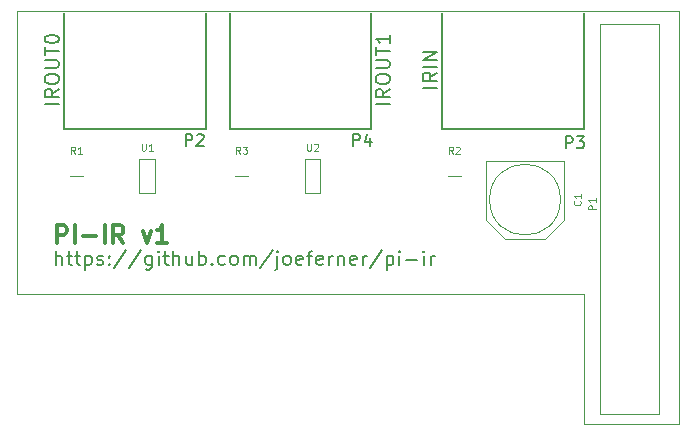
<source format=gto>
%FSLAX34Y34*%
G04 Gerber Fmt 3.4, Leading zero omitted, Abs format*
G04 (created by PCBNEW (2014-05-22 BZR 4881)-product) date Fri 30 May 2014 10:08:30 PM EDT*
%MOIN*%
G01*
G70*
G90*
G04 APERTURE LIST*
%ADD10C,0.003937*%
%ADD11C,0.007874*%
%ADD12C,0.011811*%
%ADD13C,0.005906*%
G04 APERTURE END LIST*
G54D10*
G54D11*
X53363Y-41934D02*
X52890Y-41934D01*
X53363Y-41439D02*
X53138Y-41597D01*
X53363Y-41709D02*
X52890Y-41709D01*
X52890Y-41529D01*
X52913Y-41484D01*
X52935Y-41462D01*
X52980Y-41439D01*
X53048Y-41439D01*
X53093Y-41462D01*
X53115Y-41484D01*
X53138Y-41529D01*
X53138Y-41709D01*
X53363Y-41237D02*
X52890Y-41237D01*
X53363Y-41012D02*
X52890Y-41012D01*
X53363Y-40742D01*
X52890Y-40742D01*
X51788Y-42474D02*
X51316Y-42474D01*
X51788Y-41979D02*
X51563Y-42137D01*
X51788Y-42249D02*
X51316Y-42249D01*
X51316Y-42069D01*
X51338Y-42024D01*
X51361Y-42002D01*
X51406Y-41979D01*
X51473Y-41979D01*
X51518Y-42002D01*
X51541Y-42024D01*
X51563Y-42069D01*
X51563Y-42249D01*
X51316Y-41687D02*
X51316Y-41597D01*
X51338Y-41552D01*
X51383Y-41507D01*
X51473Y-41484D01*
X51631Y-41484D01*
X51721Y-41507D01*
X51766Y-41552D01*
X51788Y-41597D01*
X51788Y-41687D01*
X51766Y-41732D01*
X51721Y-41777D01*
X51631Y-41799D01*
X51473Y-41799D01*
X51383Y-41777D01*
X51338Y-41732D01*
X51316Y-41687D01*
X51316Y-41282D02*
X51698Y-41282D01*
X51743Y-41259D01*
X51766Y-41237D01*
X51788Y-41192D01*
X51788Y-41102D01*
X51766Y-41057D01*
X51743Y-41034D01*
X51698Y-41012D01*
X51316Y-41012D01*
X51316Y-40854D02*
X51316Y-40584D01*
X51788Y-40719D02*
X51316Y-40719D01*
X51788Y-40179D02*
X51788Y-40449D01*
X51788Y-40314D02*
X51316Y-40314D01*
X51383Y-40359D01*
X51428Y-40404D01*
X51451Y-40449D01*
X40764Y-42474D02*
X40292Y-42474D01*
X40764Y-41979D02*
X40539Y-42137D01*
X40764Y-42249D02*
X40292Y-42249D01*
X40292Y-42069D01*
X40314Y-42024D01*
X40337Y-42002D01*
X40382Y-41979D01*
X40449Y-41979D01*
X40494Y-42002D01*
X40517Y-42024D01*
X40539Y-42069D01*
X40539Y-42249D01*
X40292Y-41687D02*
X40292Y-41597D01*
X40314Y-41552D01*
X40359Y-41507D01*
X40449Y-41484D01*
X40607Y-41484D01*
X40697Y-41507D01*
X40742Y-41552D01*
X40764Y-41597D01*
X40764Y-41687D01*
X40742Y-41732D01*
X40697Y-41777D01*
X40607Y-41799D01*
X40449Y-41799D01*
X40359Y-41777D01*
X40314Y-41732D01*
X40292Y-41687D01*
X40292Y-41282D02*
X40674Y-41282D01*
X40719Y-41259D01*
X40742Y-41237D01*
X40764Y-41192D01*
X40764Y-41102D01*
X40742Y-41057D01*
X40719Y-41034D01*
X40674Y-41012D01*
X40292Y-41012D01*
X40292Y-40854D02*
X40292Y-40584D01*
X40764Y-40719D02*
X40292Y-40719D01*
X40292Y-40337D02*
X40292Y-40292D01*
X40314Y-40247D01*
X40337Y-40224D01*
X40382Y-40202D01*
X40472Y-40179D01*
X40584Y-40179D01*
X40674Y-40202D01*
X40719Y-40224D01*
X40742Y-40247D01*
X40764Y-40292D01*
X40764Y-40337D01*
X40742Y-40382D01*
X40719Y-40404D01*
X40674Y-40427D01*
X40584Y-40449D01*
X40472Y-40449D01*
X40382Y-40427D01*
X40337Y-40404D01*
X40314Y-40382D01*
X40292Y-40337D01*
X40663Y-47851D02*
X40663Y-47379D01*
X40866Y-47851D02*
X40866Y-47604D01*
X40843Y-47559D01*
X40798Y-47536D01*
X40731Y-47536D01*
X40686Y-47559D01*
X40663Y-47581D01*
X41023Y-47536D02*
X41203Y-47536D01*
X41091Y-47379D02*
X41091Y-47784D01*
X41113Y-47829D01*
X41158Y-47851D01*
X41203Y-47851D01*
X41293Y-47536D02*
X41473Y-47536D01*
X41361Y-47379D02*
X41361Y-47784D01*
X41383Y-47829D01*
X41428Y-47851D01*
X41473Y-47851D01*
X41631Y-47536D02*
X41631Y-48008D01*
X41631Y-47559D02*
X41676Y-47536D01*
X41766Y-47536D01*
X41811Y-47559D01*
X41833Y-47581D01*
X41856Y-47626D01*
X41856Y-47761D01*
X41833Y-47806D01*
X41811Y-47829D01*
X41766Y-47851D01*
X41676Y-47851D01*
X41631Y-47829D01*
X42035Y-47829D02*
X42080Y-47851D01*
X42170Y-47851D01*
X42215Y-47829D01*
X42238Y-47784D01*
X42238Y-47761D01*
X42215Y-47716D01*
X42170Y-47694D01*
X42103Y-47694D01*
X42058Y-47671D01*
X42035Y-47626D01*
X42035Y-47604D01*
X42058Y-47559D01*
X42103Y-47536D01*
X42170Y-47536D01*
X42215Y-47559D01*
X42440Y-47806D02*
X42463Y-47829D01*
X42440Y-47851D01*
X42418Y-47829D01*
X42440Y-47806D01*
X42440Y-47851D01*
X42440Y-47559D02*
X42463Y-47581D01*
X42440Y-47604D01*
X42418Y-47581D01*
X42440Y-47559D01*
X42440Y-47604D01*
X43003Y-47356D02*
X42598Y-47964D01*
X43498Y-47356D02*
X43093Y-47964D01*
X43858Y-47536D02*
X43858Y-47919D01*
X43835Y-47964D01*
X43813Y-47986D01*
X43768Y-48008D01*
X43700Y-48008D01*
X43655Y-47986D01*
X43858Y-47829D02*
X43813Y-47851D01*
X43723Y-47851D01*
X43678Y-47829D01*
X43655Y-47806D01*
X43633Y-47761D01*
X43633Y-47626D01*
X43655Y-47581D01*
X43678Y-47559D01*
X43723Y-47536D01*
X43813Y-47536D01*
X43858Y-47559D01*
X44083Y-47851D02*
X44083Y-47536D01*
X44083Y-47379D02*
X44060Y-47401D01*
X44083Y-47424D01*
X44105Y-47401D01*
X44083Y-47379D01*
X44083Y-47424D01*
X44240Y-47536D02*
X44420Y-47536D01*
X44308Y-47379D02*
X44308Y-47784D01*
X44330Y-47829D01*
X44375Y-47851D01*
X44420Y-47851D01*
X44578Y-47851D02*
X44578Y-47379D01*
X44780Y-47851D02*
X44780Y-47604D01*
X44758Y-47559D01*
X44713Y-47536D01*
X44645Y-47536D01*
X44600Y-47559D01*
X44578Y-47581D01*
X45208Y-47536D02*
X45208Y-47851D01*
X45005Y-47536D02*
X45005Y-47784D01*
X45028Y-47829D01*
X45073Y-47851D01*
X45140Y-47851D01*
X45185Y-47829D01*
X45208Y-47806D01*
X45433Y-47851D02*
X45433Y-47379D01*
X45433Y-47559D02*
X45478Y-47536D01*
X45568Y-47536D01*
X45613Y-47559D01*
X45635Y-47581D01*
X45658Y-47626D01*
X45658Y-47761D01*
X45635Y-47806D01*
X45613Y-47829D01*
X45568Y-47851D01*
X45478Y-47851D01*
X45433Y-47829D01*
X45860Y-47806D02*
X45883Y-47829D01*
X45860Y-47851D01*
X45838Y-47829D01*
X45860Y-47806D01*
X45860Y-47851D01*
X46287Y-47829D02*
X46242Y-47851D01*
X46152Y-47851D01*
X46107Y-47829D01*
X46085Y-47806D01*
X46062Y-47761D01*
X46062Y-47626D01*
X46085Y-47581D01*
X46107Y-47559D01*
X46152Y-47536D01*
X46242Y-47536D01*
X46287Y-47559D01*
X46557Y-47851D02*
X46512Y-47829D01*
X46490Y-47806D01*
X46467Y-47761D01*
X46467Y-47626D01*
X46490Y-47581D01*
X46512Y-47559D01*
X46557Y-47536D01*
X46625Y-47536D01*
X46670Y-47559D01*
X46692Y-47581D01*
X46715Y-47626D01*
X46715Y-47761D01*
X46692Y-47806D01*
X46670Y-47829D01*
X46625Y-47851D01*
X46557Y-47851D01*
X46917Y-47851D02*
X46917Y-47536D01*
X46917Y-47581D02*
X46940Y-47559D01*
X46985Y-47536D01*
X47052Y-47536D01*
X47097Y-47559D01*
X47120Y-47604D01*
X47120Y-47851D01*
X47120Y-47604D02*
X47142Y-47559D01*
X47187Y-47536D01*
X47255Y-47536D01*
X47300Y-47559D01*
X47322Y-47604D01*
X47322Y-47851D01*
X47885Y-47356D02*
X47480Y-47964D01*
X48042Y-47536D02*
X48042Y-47941D01*
X48020Y-47986D01*
X47975Y-48008D01*
X47952Y-48008D01*
X48042Y-47379D02*
X48020Y-47401D01*
X48042Y-47424D01*
X48065Y-47401D01*
X48042Y-47379D01*
X48042Y-47424D01*
X48335Y-47851D02*
X48290Y-47829D01*
X48267Y-47806D01*
X48245Y-47761D01*
X48245Y-47626D01*
X48267Y-47581D01*
X48290Y-47559D01*
X48335Y-47536D01*
X48402Y-47536D01*
X48447Y-47559D01*
X48470Y-47581D01*
X48492Y-47626D01*
X48492Y-47761D01*
X48470Y-47806D01*
X48447Y-47829D01*
X48402Y-47851D01*
X48335Y-47851D01*
X48875Y-47829D02*
X48830Y-47851D01*
X48740Y-47851D01*
X48695Y-47829D01*
X48672Y-47784D01*
X48672Y-47604D01*
X48695Y-47559D01*
X48740Y-47536D01*
X48830Y-47536D01*
X48875Y-47559D01*
X48897Y-47604D01*
X48897Y-47649D01*
X48672Y-47694D01*
X49032Y-47536D02*
X49212Y-47536D01*
X49100Y-47851D02*
X49100Y-47446D01*
X49122Y-47401D01*
X49167Y-47379D01*
X49212Y-47379D01*
X49550Y-47829D02*
X49505Y-47851D01*
X49415Y-47851D01*
X49370Y-47829D01*
X49347Y-47784D01*
X49347Y-47604D01*
X49370Y-47559D01*
X49415Y-47536D01*
X49505Y-47536D01*
X49550Y-47559D01*
X49572Y-47604D01*
X49572Y-47649D01*
X49347Y-47694D01*
X49775Y-47851D02*
X49775Y-47536D01*
X49775Y-47626D02*
X49797Y-47581D01*
X49820Y-47559D01*
X49865Y-47536D01*
X49910Y-47536D01*
X50067Y-47536D02*
X50067Y-47851D01*
X50067Y-47581D02*
X50089Y-47559D01*
X50134Y-47536D01*
X50202Y-47536D01*
X50247Y-47559D01*
X50269Y-47604D01*
X50269Y-47851D01*
X50674Y-47829D02*
X50629Y-47851D01*
X50539Y-47851D01*
X50494Y-47829D01*
X50472Y-47784D01*
X50472Y-47604D01*
X50494Y-47559D01*
X50539Y-47536D01*
X50629Y-47536D01*
X50674Y-47559D01*
X50697Y-47604D01*
X50697Y-47649D01*
X50472Y-47694D01*
X50899Y-47851D02*
X50899Y-47536D01*
X50899Y-47626D02*
X50922Y-47581D01*
X50944Y-47559D01*
X50989Y-47536D01*
X51034Y-47536D01*
X51529Y-47356D02*
X51124Y-47964D01*
X51687Y-47536D02*
X51687Y-48008D01*
X51687Y-47559D02*
X51732Y-47536D01*
X51822Y-47536D01*
X51867Y-47559D01*
X51889Y-47581D01*
X51912Y-47626D01*
X51912Y-47761D01*
X51889Y-47806D01*
X51867Y-47829D01*
X51822Y-47851D01*
X51732Y-47851D01*
X51687Y-47829D01*
X52114Y-47851D02*
X52114Y-47536D01*
X52114Y-47379D02*
X52092Y-47401D01*
X52114Y-47424D01*
X52137Y-47401D01*
X52114Y-47379D01*
X52114Y-47424D01*
X52339Y-47671D02*
X52699Y-47671D01*
X52924Y-47851D02*
X52924Y-47536D01*
X52924Y-47379D02*
X52902Y-47401D01*
X52924Y-47424D01*
X52947Y-47401D01*
X52924Y-47379D01*
X52924Y-47424D01*
X53149Y-47851D02*
X53149Y-47536D01*
X53149Y-47626D02*
X53172Y-47581D01*
X53194Y-47559D01*
X53239Y-47536D01*
X53284Y-47536D01*
G54D12*
X40691Y-47117D02*
X40691Y-46526D01*
X40916Y-46526D01*
X40973Y-46555D01*
X41001Y-46583D01*
X41029Y-46639D01*
X41029Y-46723D01*
X41001Y-46780D01*
X40973Y-46808D01*
X40916Y-46836D01*
X40691Y-46836D01*
X41282Y-47117D02*
X41282Y-46526D01*
X41563Y-46892D02*
X42013Y-46892D01*
X42294Y-47117D02*
X42294Y-46526D01*
X42913Y-47117D02*
X42716Y-46836D01*
X42575Y-47117D02*
X42575Y-46526D01*
X42800Y-46526D01*
X42857Y-46555D01*
X42885Y-46583D01*
X42913Y-46639D01*
X42913Y-46723D01*
X42885Y-46780D01*
X42857Y-46808D01*
X42800Y-46836D01*
X42575Y-46836D01*
X43560Y-46723D02*
X43700Y-47117D01*
X43841Y-46723D01*
X44375Y-47117D02*
X44038Y-47117D01*
X44206Y-47117D02*
X44206Y-46526D01*
X44150Y-46611D01*
X44094Y-46667D01*
X44038Y-46695D01*
G54D10*
X58267Y-48818D02*
X39370Y-48818D01*
X58267Y-53149D02*
X58267Y-48818D01*
X61417Y-53149D02*
X58267Y-53149D01*
X61417Y-39370D02*
X61417Y-53149D01*
X39370Y-39370D02*
X39370Y-48818D01*
X39370Y-39370D02*
X61417Y-39370D01*
X60767Y-39822D02*
X60767Y-52830D01*
X60767Y-52830D02*
X58799Y-52830D01*
X58799Y-52830D02*
X58799Y-39822D01*
X58799Y-39822D02*
X60767Y-39822D01*
X55000Y-46338D02*
X55629Y-46968D01*
X55629Y-46968D02*
X56968Y-46968D01*
X56968Y-46968D02*
X57598Y-46338D01*
X57598Y-46338D02*
X57598Y-44370D01*
X57598Y-44370D02*
X55000Y-44370D01*
X55000Y-44370D02*
X55000Y-46338D01*
X57480Y-45669D02*
G75*
G03X57480Y-45669I-1181J0D01*
G74*
G01*
G54D13*
X51181Y-39448D02*
X51181Y-43307D01*
X51181Y-43307D02*
X46456Y-43307D01*
X46456Y-43307D02*
X46456Y-39448D01*
X58267Y-39448D02*
X58267Y-43307D01*
X58267Y-43307D02*
X53543Y-43307D01*
X53543Y-43307D02*
X53543Y-39448D01*
X45669Y-39448D02*
X45669Y-43307D01*
X45669Y-43307D02*
X40944Y-43307D01*
X40944Y-43307D02*
X40944Y-39448D01*
G54D10*
X49468Y-45452D02*
X48956Y-45452D01*
X48956Y-45452D02*
X48956Y-44311D01*
X49468Y-44311D02*
X48956Y-44311D01*
X49468Y-44311D02*
X49468Y-45452D01*
X43956Y-45452D02*
X43444Y-45452D01*
X43444Y-45452D02*
X43444Y-44311D01*
X43956Y-44311D02*
X43444Y-44311D01*
X43956Y-44311D02*
X43956Y-45452D01*
X46633Y-44881D02*
X47066Y-44881D01*
X53720Y-44881D02*
X54153Y-44881D01*
X41122Y-44881D02*
X41555Y-44881D01*
X58648Y-45989D02*
X58411Y-45989D01*
X58411Y-45899D01*
X58423Y-45876D01*
X58434Y-45865D01*
X58456Y-45854D01*
X58490Y-45854D01*
X58513Y-45865D01*
X58524Y-45876D01*
X58535Y-45899D01*
X58535Y-45989D01*
X58648Y-45629D02*
X58648Y-45764D01*
X58648Y-45696D02*
X58411Y-45696D01*
X58445Y-45719D01*
X58468Y-45741D01*
X58479Y-45764D01*
X58133Y-45708D02*
X58144Y-45719D01*
X58156Y-45753D01*
X58156Y-45776D01*
X58144Y-45809D01*
X58122Y-45832D01*
X58099Y-45843D01*
X58054Y-45854D01*
X58021Y-45854D01*
X57976Y-45843D01*
X57953Y-45832D01*
X57931Y-45809D01*
X57919Y-45776D01*
X57919Y-45753D01*
X57931Y-45719D01*
X57942Y-45708D01*
X58156Y-45483D02*
X58156Y-45618D01*
X58156Y-45551D02*
X57919Y-45551D01*
X57953Y-45573D01*
X57976Y-45596D01*
X57987Y-45618D01*
G54D13*
X50575Y-43878D02*
X50575Y-43485D01*
X50725Y-43485D01*
X50763Y-43503D01*
X50781Y-43522D01*
X50800Y-43560D01*
X50800Y-43616D01*
X50781Y-43653D01*
X50763Y-43672D01*
X50725Y-43691D01*
X50575Y-43691D01*
X51137Y-43616D02*
X51137Y-43878D01*
X51044Y-43466D02*
X50950Y-43747D01*
X51194Y-43747D01*
X57662Y-43957D02*
X57662Y-43563D01*
X57812Y-43563D01*
X57849Y-43582D01*
X57868Y-43601D01*
X57887Y-43638D01*
X57887Y-43695D01*
X57868Y-43732D01*
X57849Y-43751D01*
X57812Y-43770D01*
X57662Y-43770D01*
X58018Y-43563D02*
X58262Y-43563D01*
X58130Y-43713D01*
X58187Y-43713D01*
X58224Y-43732D01*
X58243Y-43751D01*
X58262Y-43788D01*
X58262Y-43882D01*
X58243Y-43920D01*
X58224Y-43938D01*
X58187Y-43957D01*
X58074Y-43957D01*
X58037Y-43938D01*
X58018Y-43920D01*
X44985Y-43878D02*
X44985Y-43485D01*
X45134Y-43485D01*
X45172Y-43503D01*
X45191Y-43522D01*
X45209Y-43560D01*
X45209Y-43616D01*
X45191Y-43653D01*
X45172Y-43672D01*
X45134Y-43691D01*
X44985Y-43691D01*
X45359Y-43522D02*
X45378Y-43503D01*
X45416Y-43485D01*
X45509Y-43485D01*
X45547Y-43503D01*
X45566Y-43522D01*
X45584Y-43560D01*
X45584Y-43597D01*
X45566Y-43653D01*
X45341Y-43878D01*
X45584Y-43878D01*
G54D10*
X49032Y-43802D02*
X49032Y-43993D01*
X49043Y-44016D01*
X49055Y-44027D01*
X49077Y-44038D01*
X49122Y-44038D01*
X49145Y-44027D01*
X49156Y-44016D01*
X49167Y-43993D01*
X49167Y-43802D01*
X49268Y-43825D02*
X49280Y-43813D01*
X49302Y-43802D01*
X49358Y-43802D01*
X49381Y-43813D01*
X49392Y-43825D01*
X49403Y-43847D01*
X49403Y-43870D01*
X49392Y-43903D01*
X49257Y-44038D01*
X49403Y-44038D01*
X43520Y-43802D02*
X43520Y-43993D01*
X43532Y-44016D01*
X43543Y-44027D01*
X43565Y-44038D01*
X43610Y-44038D01*
X43633Y-44027D01*
X43644Y-44016D01*
X43655Y-43993D01*
X43655Y-43802D01*
X43892Y-44038D02*
X43757Y-44038D01*
X43824Y-44038D02*
X43824Y-43802D01*
X43802Y-43836D01*
X43779Y-43858D01*
X43757Y-43870D01*
X46811Y-44138D02*
X46732Y-44026D01*
X46676Y-44138D02*
X46676Y-43902D01*
X46766Y-43902D01*
X46788Y-43913D01*
X46799Y-43925D01*
X46811Y-43947D01*
X46811Y-43981D01*
X46799Y-44003D01*
X46788Y-44015D01*
X46766Y-44026D01*
X46676Y-44026D01*
X46889Y-43902D02*
X47035Y-43902D01*
X46957Y-43992D01*
X46991Y-43992D01*
X47013Y-44003D01*
X47024Y-44015D01*
X47035Y-44037D01*
X47035Y-44093D01*
X47024Y-44116D01*
X47013Y-44127D01*
X46991Y-44138D01*
X46923Y-44138D01*
X46901Y-44127D01*
X46889Y-44116D01*
X53897Y-44138D02*
X53818Y-44026D01*
X53762Y-44138D02*
X53762Y-43902D01*
X53852Y-43902D01*
X53875Y-43913D01*
X53886Y-43925D01*
X53897Y-43947D01*
X53897Y-43981D01*
X53886Y-44003D01*
X53875Y-44015D01*
X53852Y-44026D01*
X53762Y-44026D01*
X53987Y-43925D02*
X53998Y-43913D01*
X54021Y-43902D01*
X54077Y-43902D01*
X54100Y-43913D01*
X54111Y-43925D01*
X54122Y-43947D01*
X54122Y-43970D01*
X54111Y-44003D01*
X53976Y-44138D01*
X54122Y-44138D01*
X41299Y-44138D02*
X41220Y-44026D01*
X41164Y-44138D02*
X41164Y-43902D01*
X41254Y-43902D01*
X41276Y-43913D01*
X41287Y-43925D01*
X41299Y-43947D01*
X41299Y-43981D01*
X41287Y-44003D01*
X41276Y-44015D01*
X41254Y-44026D01*
X41164Y-44026D01*
X41524Y-44138D02*
X41389Y-44138D01*
X41456Y-44138D02*
X41456Y-43902D01*
X41434Y-43936D01*
X41411Y-43958D01*
X41389Y-43970D01*
M02*

</source>
